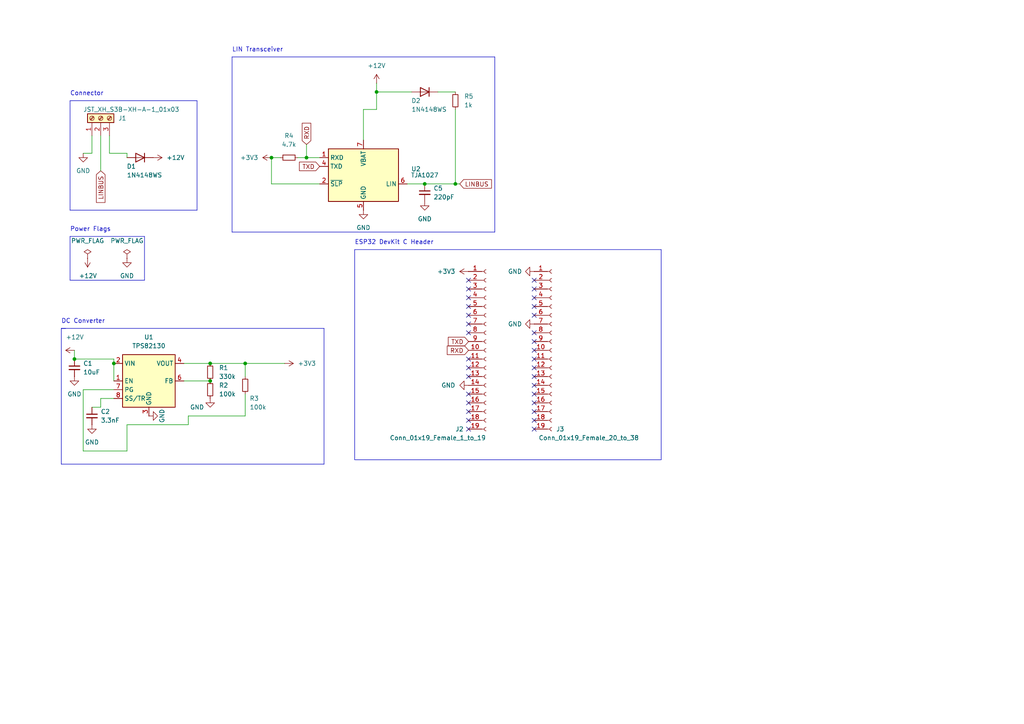
<source format=kicad_sch>
(kicad_sch (version 20250114) (generator "eeschema") (generator_version "9.0")
  (paper "A4")
  (title_block (title "ESP32 DevKit LG HVAC Controller Board") (date "2025-05-03") (rev "1.1"))
  (lib_symbols
    (symbol "Connector:Conn_01x19_Female" (pin_names (offset 1.016) (hide yes))
      (property "Reference" "J" (at 0 25.4 0))
      (property "Value" "Conn_01x19_Female" (at 0 -25.4 0))
      (symbol "Conn_01x19_Female_1_1"
        (polyline (pts (xy -1.27 22.86) (xy -0.508 22.86)) (stroke (width 0.1524)))
        (polyline (pts (xy -1.27 20.32) (xy -0.508 20.32)) (stroke (width 0.1524)))
        (polyline (pts (xy -1.27 17.78) (xy -0.508 17.78)) (stroke (width 0.1524)))
        (polyline (pts (xy -1.27 15.24) (xy -0.508 15.24)) (stroke (width 0.1524)))
        (polyline (pts (xy -1.27 12.7) (xy -0.508 12.7)) (stroke (width 0.1524)))
        (polyline (pts (xy -1.27 10.16) (xy -0.508 10.16)) (stroke (width 0.1524)))
        (polyline (pts (xy -1.27 7.62) (xy -0.508 7.62)) (stroke (width 0.1524)))
        (polyline (pts (xy -1.27 5.08) (xy -0.508 5.08)) (stroke (width 0.1524)))
        (polyline (pts (xy -1.27 2.54) (xy -0.508 2.54)) (stroke (width 0.1524)))
        (polyline (pts (xy -1.27 0) (xy -0.508 0)) (stroke (width 0.1524)))
        (polyline (pts (xy -1.27 -2.54) (xy -0.508 -2.54)) (stroke (width 0.1524)))
        (polyline (pts (xy -1.27 -5.08) (xy -0.508 -5.08)) (stroke (width 0.1524)))
        (polyline (pts (xy -1.27 -7.62) (xy -0.508 -7.62)) (stroke (width 0.1524)))
        (polyline (pts (xy -1.27 -10.16) (xy -0.508 -10.16)) (stroke (width 0.1524)))
        (polyline (pts (xy -1.27 -12.7) (xy -0.508 -12.7)) (stroke (width 0.1524)))
        (polyline (pts (xy -1.27 -15.24) (xy -0.508 -15.24)) (stroke (width 0.1524)))
        (polyline (pts (xy -1.27 -17.78) (xy -0.508 -17.78)) (stroke (width 0.1524)))
        (polyline (pts (xy -1.27 -20.32) (xy -0.508 -20.32)) (stroke (width 0.1524)))
        (polyline (pts (xy -1.27 -22.86) (xy -0.508 -22.86)) (stroke (width 0.1524)))
        (arc (start 0 22.352) (mid -0.5058 22.86) (end 0 23.368) (stroke (width 0.1524)))
        (arc (start 0 19.812) (mid -0.5058 20.32) (end 0 20.828) (stroke (width 0.1524)))
        (arc (start 0 17.272) (mid -0.5058 17.78) (end 0 18.288) (stroke (width 0.1524)))
        (arc (start 0 14.732) (mid -0.5058 15.24) (end 0 15.748) (stroke (width 0.1524)))
        (arc (start 0 12.192) (mid -0.5058 12.7) (end 0 13.208) (stroke (width 0.1524)))
        (arc (start 0 9.652) (mid -0.5058 10.16) (end 0 10.668) (stroke (width 0.1524)))
        (arc (start 0 7.112) (mid -0.5058 7.62) (end 0 8.128) (stroke (width 0.1524)))
        (arc (start 0 4.572) (mid -0.5058 5.08) (end 0 5.588) (stroke (width 0.1524)))
        (arc (start 0 2.032) (mid -0.5058 2.54) (end 0 3.048) (stroke (width 0.1524)))
        (arc (start 0 -0.508) (mid -0.5058 0) (end 0 0.508) (stroke (width 0.1524)))
        (arc (start 0 -3.048) (mid -0.5058 -2.54) (end 0 -2.032) (stroke (width 0.1524)))
        (arc (start 0 -5.588) (mid -0.5058 -5.08) (end 0 -4.572) (stroke (width 0.1524)))
        (arc (start 0 -8.128) (mid -0.5058 -7.62) (end 0 -7.112) (stroke (width 0.1524)))
        (arc (start 0 -10.668) (mid -0.5058 -10.16) (end 0 -9.652) (stroke (width 0.1524)))
        (arc (start 0 -13.208) (mid -0.5058 -12.7) (end 0 -12.192) (stroke (width 0.1524)))
        (arc (start 0 -15.748) (mid -0.5058 -15.24) (end 0 -14.732) (stroke (width 0.1524)))
        (arc (start 0 -18.288) (mid -0.5058 -17.78) (end 0 -17.272) (stroke (width 0.1524)))
        (arc (start 0 -20.828) (mid -0.5058 -20.32) (end 0 -19.812) (stroke (width 0.1524)))
        (arc (start 0 -23.368) (mid -0.5058 -22.86) (end 0 -22.352) (stroke (width 0.1524)))
        (pin passive line (at -5.08 22.86 0) (length 3.81) (name "Pin_1") (number "1"))
        (pin passive line (at -5.08 20.32 0) (length 3.81) (name "Pin_2") (number "2"))
        (pin passive line (at -5.08 17.78 0) (length 3.81) (name "Pin_3") (number "3"))
        (pin passive line (at -5.08 15.24 0) (length 3.81) (name "Pin_4") (number "4"))
        (pin passive line (at -5.08 12.7 0) (length 3.81) (name "Pin_5") (number "5"))
        (pin passive line (at -5.08 10.16 0) (length 3.81) (name "Pin_6") (number "6"))
        (pin passive line (at -5.08 7.62 0) (length 3.81) (name "Pin_7") (number "7"))
        (pin passive line (at -5.08 5.08 0) (length 3.81) (name "Pin_8") (number "8"))
        (pin passive line (at -5.08 2.54 0) (length 3.81) (name "Pin_9") (number "9"))
        (pin passive line (at -5.08 0 0) (length 3.81) (name "Pin_10") (number "10"))
        (pin passive line (at -5.08 -2.54 0) (length 3.81) (name "Pin_11") (number "11"))
        (pin passive line (at -5.08 -5.08 0) (length 3.81) (name "Pin_12") (number "12"))
        (pin passive line (at -5.08 -7.62 0) (length 3.81) (name "Pin_13") (number "13"))
        (pin passive line (at -5.08 -10.16 0) (length 3.81) (name "Pin_14") (number "14"))
        (pin passive line (at -5.08 -12.7 0) (length 3.81) (name "Pin_15") (number "15"))
        (pin passive line (at -5.08 -15.24 0) (length 3.81) (name "Pin_16") (number "16"))
        (pin passive line (at -5.08 -17.78 0) (length 3.81) (name "Pin_17") (number "17"))
        (pin passive line (at -5.08 -20.32 0) (length 3.81) (name "Pin_18") (number "18"))
        (pin passive line (at -5.08 -22.86 0) (length 3.81) (name "Pin_19") (number "19"))
      )
    )
    (symbol "Connector:Screw_Terminal_01x03" (pin_names (offset 1.016) (hide yes))
      (property "Reference" "J" (at 0 5.08 0))
      (property "Value" "Screw_Terminal_01x03" (at 0 -5.08 0))
      (symbol "Screw_Terminal_01x03_1_1"
        (rectangle (start -1.27 3.81) (end 1.27 -3.81) (stroke (width 0.254)) (fill (type background)))
        (polyline (pts (xy -0.5334 2.8702) (xy 0.3302 2.032)) (stroke (width 0.1524)))
        (polyline (pts (xy -0.5334 0.3302) (xy 0.3302 -0.508)) (stroke (width 0.1524)))
        (polyline (pts (xy -0.5334 -2.2098) (xy 0.3302 -3.048)) (stroke (width 0.1524)))
        (polyline (pts (xy -0.3556 3.048) (xy 0.508 2.2098)) (stroke (width 0.1524)))
        (polyline (pts (xy -0.3556 0.508) (xy 0.508 -0.3302)) (stroke (width 0.1524)))
        (polyline (pts (xy -0.3556 -2.032) (xy 0.508 -2.8702)) (stroke (width 0.1524)))
        (circle (center 0 2.54) (radius 0.635) (stroke (width 0.1524)))
        (circle (center 0 0) (radius 0.635) (stroke (width 0.1524)))
        (circle (center 0 -2.54) (radius 0.635) (stroke (width 0.1524)))
        (pin passive line (at -5.08 2.54 0) (length 3.81) (name "Pin_1") (number "1"))
        (pin passive line (at -5.08 0 0) (length 3.81) (name "Pin_2") (number "2"))
        (pin passive line (at -5.08 -2.54 0) (length 3.81) (name "Pin_3") (number "3"))
      )
    )
    (symbol "Device:C_Small" (pin_numbers (hide yes)) (pin_names (offset 0.254) (hide yes))
      (property "Reference" "C" (at 0.254 1.778 0))
      (property "Value" "C_Small" (at 0.254 -2.032 0))
      (symbol "C_Small_0_1"
        (polyline (pts (xy -1.524 0.508) (xy 1.524 0.508)) (stroke (width 0.3048)))
        (polyline (pts (xy -1.524 -0.508) (xy 1.524 -0.508)) (stroke (width 0.3302)))
      )
      (symbol "C_Small_1_1"
        (pin passive line (at 0 2.54 270) (length 2.032) (name "~") (number "1"))
        (pin passive line (at 0 -2.54 90) (length 2.032) (name "~") (number "2"))
      )
    )
    (symbol "Device:R_Small" (pin_numbers (hide yes)) (pin_names (offset 0.254) (hide yes))
      (property "Reference" "R" (at 0 0 90))
      (property "Value" "R_Small" (at 1.778 0 90))
      (symbol "R_Small_0_1"
        (rectangle (start -0.762 1.778) (end 0.762 -1.778) (stroke (width 0.2032)))
      )
      (symbol "R_Small_1_1"
        (pin passive line (at 0 2.54 270) (length 0.762) (name "~") (number "1"))
        (pin passive line (at 0 -2.54 90) (length 0.762) (name "~") (number "2"))
      )
    )
    (symbol "Diode:1N4148WS" (pin_numbers (hide yes)) (pin_names (hide yes))
      (property "Reference" "D" (at 0 2.54 0))
      (property "Value" "1N4148WS" (at 0 -2.54 0))
      (symbol "1N4148WS_0_1"
        (polyline (pts (xy -1.27 1.27) (xy -1.27 -1.27)) (stroke (width 0.254)))
        (polyline (pts (xy 1.27 1.27) (xy 1.27 -1.27) (xy -1.27 0) (xy 1.27 1.27)) (stroke (width 0.254)))
        (polyline (pts (xy 1.27 0) (xy -1.27 0)))
      )
      (symbol "1N4148WS_1_1"
        (pin passive line (at -3.81 0 0) (length 2.54) (name "K") (number "1"))
        (pin passive line (at 3.81 0 180) (length 2.54) (name "A") (number "2"))
      )
    )
    (symbol "Interface_CAN_LIN:TJA1029T"
      (property "Reference" "U" (at -10.16 8.89 0))
      (property "Value" "TJA1029T" (at 1.27 8.89 0))
      (symbol "TJA1029T_0_1"
        (rectangle (start -10.16 7.62) (end 10.16 -7.62) (stroke (width 0.254)) (fill (type background)))
      )
      (symbol "TJA1029T_1_1"
        (pin open_collector line (at -12.7 5.08 0) (length 2.54) (name "RXD") (number "1"))
        (pin input line (at -12.7 2.54 0) (length 2.54) (name "TXD") (number "4"))
        (pin input line (at -12.7 -2.54 0) (length 2.54) (name "~{SLP}") (number "2"))
        (pin no_connect line (at -10.16 -5.08 0) (length 2.54) (hide yes) (name "NC") (number "3"))
        (pin power_in line (at 0 10.16 270) (length 2.54) (name "VBAT") (number "7"))
        (pin power_in line (at 0 -10.16 90) (length 2.54) (name "GND") (number "5"))
        (pin no_connect line (at 10.16 2.54 180) (length 2.54) (hide yes) (name "NC") (number "8"))
        (pin bidirectional line (at 12.7 -2.54 180) (length 2.54) (name "LIN") (number "6"))
      )
    )
    (symbol "Regulator_Switching:TPS82130"
      (property "Reference" "U" (at 1.27 11.43 0))
      (property "Value" "TPS82130" (at 5.08 8.89 0))
      (symbol "TPS82130_0_1"
        (rectangle (start -7.62 7.62) (end 7.62 -7.62) (stroke (width 0.254)) (fill (type background)))
      )
      (symbol "TPS82130_1_1"
        (pin power_in line (at -10.16 5.08 0) (length 2.54) (name "VIN") (number "2"))
        (pin input line (at -10.16 0 0) (length 2.54) (name "EN") (number "1"))
        (pin open_collector line (at -10.16 -2.54 0) (length 2.54) (name "PG") (number "7"))
        (pin input line (at -10.16 -5.08 0) (length 2.54) (name "SS/TR") (number "8"))
        (pin power_in line (at 0 -10.16 90) (length 2.54) (name "GND") (number "3"))
        (pin passive line (at 0 -10.16 90) (length 2.54) (hide yes) (name "GND") (number "9"))
        (pin power_out line (at 10.16 5.08 180) (length 2.54) (name "VOUT") (number "4"))
        (pin passive line (at 10.16 5.08 180) (length 2.54) (hide yes) (name "VOUT") (number "5"))
        (pin input line (at 10.16 0 180) (length 2.54) (name "FB") (number "6"))
      )
    )
    (symbol "power:+12V" (power) (pin_numbers (hide yes)) (pin_names (offset 0) (hide yes))
      (property "Value" "+12V" (at 0 3.556 0))
      (symbol "+12V_0_1"
        (polyline (pts (xy -0.762 1.27) (xy 0 2.54)))
        (polyline (pts (xy 0 2.54) (xy 0.762 1.27)))
        (polyline (pts (xy 0 0) (xy 0 2.54)))
      )
      (symbol "+12V_1_1"
        (pin power_in line (at 0 0 90) (length 0) (name "~") (number "1"))
      )
    )
    (symbol "power:+3.3V" (power) (pin_numbers (hide yes)) (pin_names (offset 0) (hide yes))
      (property "Value" "+3.3V" (at 0 3.556 0))
      (symbol "+3.3V_0_1"
        (polyline (pts (xy -0.762 1.27) (xy 0 2.54)))
        (polyline (pts (xy 0 2.54) (xy 0.762 1.27)))
        (polyline (pts (xy 0 0) (xy 0 2.54)))
      )
      (symbol "+3.3V_1_1"
        (pin power_in line (at 0 0 90) (length 0) (name "~") (number "1"))
      )
    )
    (symbol "power:GND" (power) (pin_numbers (hide yes)) (pin_names (offset 0) (hide yes))
      (property "Value" "GND" (at 0 -3.81 0))
      (symbol "GND_0_1"
        (polyline (pts (xy 0 0) (xy 0 -1.27) (xy 1.27 -1.27) (xy 0 -2.54) (xy -1.27 -1.27) (xy 0 -1.27)))
      )
      (symbol "GND_1_1"
        (pin power_in line (at 0 0 270) (length 0) (name "~") (number "1"))
      )
    )
    (symbol "power:PWR_FLAG" (power) (pin_numbers (hide yes)) (pin_names (offset 0) (hide yes))
      (property "Value" "PWR_FLAG" (at 0 3.81 0))
      (symbol "PWR_FLAG_0_0"
        (pin power_out line (at 0 0 90) (length 0) (name "~") (number "1"))
      )
      (symbol "PWR_FLAG_0_1"
        (polyline (pts (xy 0 0) (xy 0 1.27) (xy -1.016 1.905) (xy 0 2.54) (xy 1.016 1.905) (xy 0 1.27)))
      )
    )
  )
  (text "DC Converter" (at 17.78 93.98 0) (effects (font (size 1.27 1.27)) (justify left bottom)))
  (text "Connector" (at 20.32 27.94 0) (effects (font (size 1.27 1.27)) (justify left bottom)))
  (text "LIN Transceiver" (at 67.31 15.24 0) (effects (font (size 1.27 1.27)) (justify left bottom)))
  (text "Power Flags" (at 20.32 67.31 0) (effects (font (size 1.27 1.27)) (justify left bottom)))
  (text "ESP32 DevKit C Header" (at 102.87 71.12 0) (effects (font (size 1.27 1.27)) (justify left bottom)))
  (junction (at 21.59 104.14))
  (junction (at 123.19 53.34))
  (junction (at 71.12 105.41))
  (junction (at 33.02 105.41))
  (junction (at 60.96 110.49))
  (junction (at 132.08 53.34))
  (junction (at 60.96 105.41))
  (junction (at 78.74 45.72))
  (junction (at 88.9 45.72))
  (junction (at 109.22 26.67))
  (no_connect (at 135.89 106.68))
  (no_connect (at 154.94 88.9))
  (no_connect (at 154.94 99.06))
  (no_connect (at 135.89 93.98))
  (no_connect (at 135.89 91.44))
  (no_connect (at 135.89 119.38))
  (no_connect (at 135.89 81.28))
  (no_connect (at 154.94 114.3))
  (no_connect (at 135.89 88.9))
  (no_connect (at 135.89 83.82))
  (no_connect (at 154.94 101.6))
  (no_connect (at 154.94 121.92))
  (no_connect (at 154.94 83.82))
  (no_connect (at 154.94 119.38))
  (no_connect (at 135.89 124.46))
  (no_connect (at 154.94 109.22))
  (no_connect (at 135.89 114.3))
  (no_connect (at 154.94 86.36))
  (no_connect (at 154.94 124.46))
  (no_connect (at 154.94 96.52))
  (no_connect (at 154.94 91.44))
  (no_connect (at 135.89 86.36))
  (no_connect (at 154.94 81.28))
  (no_connect (at 135.89 121.92))
  (no_connect (at 154.94 111.76))
  (no_connect (at 135.89 116.84))
  (no_connect (at 154.94 116.84))
  (no_connect (at 154.94 106.68))
  (no_connect (at 154.94 104.14))
  (no_connect (at 135.89 109.22))
  (no_connect (at 135.89 104.14))
  (no_connect (at 135.89 96.52))
  (wire (pts (xy 53.34 110.49) (xy 60.96 110.49)))
  (wire (pts (xy 88.9 45.72) (xy 92.71 45.72)))
  (wire (pts (xy 118.11 53.34) (xy 123.19 53.34)))
  (wire (pts (xy 36.83 130.81) (xy 36.83 123.19)))
  (wire (pts (xy 53.34 105.41) (xy 60.96 105.41)))
  (wire (pts (xy 71.12 105.41) (xy 71.12 109.22)))
  (wire (pts (xy 33.02 105.41) (xy 33.02 110.49)))
  (polyline (pts (xy 57.15 60.96) (xy 20.32 60.96)))
  (polyline (pts (xy 41.91 68.58) (xy 41.91 81.28)))
  (polyline (pts (xy 93.98 134.62) (xy 17.78 134.62)))
  (wire (pts (xy 132.08 53.34) (xy 133.35 53.34)))
  (wire (pts (xy 29.21 49.53) (xy 29.21 39.37)))
  (wire (pts (xy 78.74 45.72) (xy 81.28 45.72)))
  (polyline (pts (xy 191.77 72.39) (xy 191.77 133.35)))
  (polyline (pts (xy 17.78 95.25) (xy 93.98 95.25)))
  (polyline (pts (xy 20.32 29.21) (xy 57.15 29.21)))
  (wire (pts (xy 24.13 113.03) (xy 24.13 130.81)))
  (polyline (pts (xy 20.32 29.21) (xy 20.32 60.96)))
  (wire (pts (xy 71.12 105.41) (xy 82.55 105.41)))
  (polyline (pts (xy 57.15 29.21) (xy 57.15 60.96)))
  (wire (pts (xy 21.59 101.6) (xy 21.59 104.14)))
  (wire (pts (xy 88.9 41.91) (xy 88.9 45.72)))
  (wire (pts (xy 24.13 130.81) (xy 36.83 130.81)))
  (wire (pts (xy 31.75 44.45) (xy 31.75 39.37)))
  (wire (pts (xy 26.67 118.11) (xy 29.21 118.11)))
  (polyline (pts (xy 20.32 68.58) (xy 41.91 68.58)))
  (wire (pts (xy 33.02 104.14) (xy 33.02 105.41)))
  (wire (pts (xy 54.61 120.65) (xy 71.12 120.65)))
  (wire (pts (xy 36.83 44.45) (xy 31.75 44.45)))
  (wire (pts (xy 127 26.67) (xy 132.08 26.67)))
  (wire (pts (xy 54.61 123.19) (xy 54.61 120.65)))
  (wire (pts (xy 105.41 40.64) (xy 105.41 31.75)))
  (wire (pts (xy 109.22 24.13) (xy 109.22 26.67)))
  (wire (pts (xy 105.41 31.75) (xy 109.22 31.75)))
  (polyline (pts (xy 41.91 81.28) (xy 20.32 81.28)))
  (polyline (pts (xy 17.78 95.25) (xy 19.05 95.25)))
  (wire (pts (xy 26.67 39.37) (xy 26.67 44.45)))
  (wire (pts (xy 86.36 45.72) (xy 88.9 45.72)))
  (wire (pts (xy 71.12 114.3) (xy 71.12 120.65)))
  (polyline (pts (xy 67.31 16.51) (xy 67.31 67.31)))
  (polyline (pts (xy 191.77 133.35) (xy 102.87 133.35)))
  (wire (pts (xy 109.22 26.67) (xy 119.38 26.67)))
  (polyline (pts (xy 17.78 134.62) (xy 17.78 95.25)))
  (wire (pts (xy 109.22 26.67) (xy 109.22 31.75)))
  (wire (pts (xy 36.83 123.19) (xy 54.61 123.19)))
  (wire (pts (xy 123.19 53.34) (xy 132.08 53.34)))
  (polyline (pts (xy 67.31 16.51) (xy 143.51 16.51)))
  (wire (pts (xy 60.96 105.41) (xy 71.12 105.41)))
  (wire (pts (xy 33.02 115.57) (xy 29.21 115.57)))
  (wire (pts (xy 26.67 44.45) (xy 24.13 44.45)))
  (polyline (pts (xy 102.87 72.39) (xy 102.87 133.35)))
  (wire (pts (xy 21.59 104.14) (xy 33.02 104.14)))
  (polyline (pts (xy 67.31 67.31) (xy 143.51 67.31)))
  (wire (pts (xy 132.08 31.75) (xy 132.08 53.34)))
  (wire (pts (xy 92.71 53.34) (xy 78.74 53.34)))
  (wire (pts (xy 78.74 53.34) (xy 78.74 45.72)))
  (wire (pts (xy 36.83 44.45) (xy 36.83 45.72)))
  (wire (pts (xy 33.02 113.03) (xy 24.13 113.03)))
  (polyline (pts (xy 102.87 72.39) (xy 191.77 72.39)))
  (polyline (pts (xy 143.51 67.31) (xy 143.51 16.51)))
  (polyline (pts (xy 20.32 68.58) (xy 20.32 81.28)))
  (wire (pts (xy 29.21 118.11) (xy 29.21 115.57)))
  (polyline (pts (xy 93.98 95.25) (xy 93.98 134.62)))
  (global_label "LINBUS" (shape input) (at 133.35 53.34 0) (property "Intersheetrefs" "${INTERSHEET_REFS}" (effects (hide yes))))
  (global_label "TXD" (shape input) (at 135.89 99.06 180) (property "Intersheetrefs" "${INTERSHEET_REFS}" (effects (hide yes))))
  (global_label "RXD" (shape input) (at 135.89 101.6 180) (property "Intersheetrefs" "${INTERSHEET_REFS}" (effects (hide yes))))
  (global_label "TXD" (shape input) (at 92.71 48.26 180) (property "Intersheetrefs" "${INTERSHEET_REFS}" (effects (hide yes))))
  (global_label "LINBUS" (shape input) (at 29.21 49.53 270) (property "Intersheetrefs" "${INTERSHEET_REFS}" (effects (hide yes))))
  (global_label "RXD" (shape input) (at 88.9 41.91 90) (property "Intersheetrefs" "${INTERSHEET_REFS}" (effects (hide yes))))
  (symbol (lib_id "power:+3.3V") (at 82.55 105.41 270) (unit 1)
    (property "Reference" "#PWR0113" (effects (hide yes)))
    (property "Value" "+3V3" (at 86.36 105.4099 90) (effects (justify left)))
  )
  (symbol (lib_id "power:GND") (at 105.41 60.96 0) (unit 1)
    (property "Reference" "#PWR0105" (effects (hide yes)))
    (property "Value" "GND" (at 105.41 66.04 0))
  )
  (symbol (lib_id "power:PWR_FLAG") (at 25.4 74.93 0) (unit 1)
    (property "Reference" "#FLG0101" (effects (hide yes)))
    (property "Value" "PWR_FLAG" (at 25.4 69.85 0))
  )
  (symbol (lib_id "Device:R_Small") (at 132.08 29.21 0) (unit 1)
    (property "Reference" "R5" (at 134.62 27.9399 0) (effects (justify left)))
    (property "Value" "1k" (at 134.62 30.4799 0) (effects (justify left)))
    (property "Footprint" "Resistor_SMD:R_0805_2012Metric" (effects (hide yes)))
    (property "LCSC" "C17513" (effects (hide yes)))
  )
  (symbol (lib_id "power:GND") (at 135.89 111.76 270) (unit 1)
    (property "Reference" "#PWR0117" (effects (hide yes)))
    (property "Value" "GND" (at 132.08 111.7599 90) (effects (justify right)))
  )
  (symbol (lib_id "power:+12V") (at 109.22 24.13 0) (unit 1)
    (property "Reference" "#PWR0103" (effects (hide yes)))
    (property "Value" "+12V" (at 109.22 19.05 0))
  )
  (symbol (lib_id "Regulator_Switching:TPS82130") (at 43.18 110.49 0) (unit 1)
    (property "Reference" "U1" (at 43.18 97.79 0))
    (property "Value" "TPS82130" (at 43.18 100.33 0))
    (property "Footprint" "Package_LGA:Texas_SIL0008D_MicroSiP-8-1EP_2.8x3mm_P0.65mm_EP1.1x1.9mm_ThermalVias" (effects (hide yes)))
    (property "Datasheet" "http://www.ti.com/lit/ds/symlink/tps82130.pdf" (effects (hide yes)))
    (property "Description" "17V Input 3A Step-Down Converter MicroSiP Module with Integrated Inductor, μSiL-8" (effects (hide yes)))
    (property "LCSC" "C473914" (effects (hide yes)))
  )
  (symbol (lib_id "power:GND") (at 154.94 93.98 270) (unit 1)
    (property "Reference" "#PWR0114" (effects (hide yes)))
    (property "Value" "GND" (at 147.32 93.98 90) (effects (justify left)))
  )
  (symbol (lib_id "power:GND") (at 60.96 115.57 0) (unit 1)
    (property "Reference" "#PWR0102" (effects (hide yes)))
    (property "Value" "GND" (at 57.15 118.11 0))
  )
  (symbol (lib_id "Device:R_Small") (at 83.82 45.72 90) (unit 1)
    (property "Reference" "R4" (at 83.82 39.37 90))
    (property "Value" "4.7k" (at 83.82 41.91 90))
    (property "Footprint" "Resistor_SMD:R_0805_2012Metric" (effects (hide yes)))
    (property "LCSC" "C17673" (effects (hide yes)))
  )
  (symbol (lib_id "power:GND") (at 43.18 120.65 90) (unit 1)
    (property "Reference" "#PWR0101" (effects (hide yes)))
    (property "Value" "GND" (at 46.99 120.65 0))
  )
  (symbol (lib_id "power:GND") (at 24.13 44.45 0) (unit 1)
    (property "Reference" "#PWR0104" (effects (hide yes)))
    (property "Value" "GND" (at 24.13 49.53 0))
  )
  (symbol (lib_id "Device:C_Small") (at 123.19 55.88 0) (unit 1)
    (property "Reference" "C5" (at 125.73 54.6162 0) (effects (justify left)))
    (property "Value" "220pF" (at 125.73 57.1562 0) (effects (justify left)))
    (property "Footprint" "Capacitor_SMD:C_0402_1005Metric" (effects (hide yes)))
    (property "LCSC" "C343058" (effects (hide yes)))
  )
  (symbol (lib_id "Connector:Conn_01x19_Female") (at 140.97 101.6 0) (unit 1)
    (property "Reference" "J2" (at 132.08 124.46 0) (effects (justify left)))
    (property "Value" "Conn_01x19_Female_1_to_19" (at 113.03 127 0) (effects (justify left)))
    (property "Footprint" "Connector_PinSocket_2.54mm:PinSocket_1x19_P2.54mm_Vertical" (effects (hide yes)))
    (property "LCSC" "C2932678" (effects (hide yes)))
  )
  (symbol (lib_id "Connector:Conn_01x19_Female") (at 160.02 101.6 0) (unit 1)
    (property "Reference" "J3" (at 161.29 124.46 0) (effects (justify left)))
    (property "Value" "Conn_01x19_Female_20_to_38" (at 156.21 127 0) (effects (justify left)))
    (property "Footprint" "Connector_PinSocket_2.54mm:PinSocket_1x19_P2.54mm_Vertical" (effects (hide yes)))
    (property "LCSC" "C2932678" (effects (hide yes)))
  )
  (symbol (lib_id "power:+12V") (at 21.59 101.6 90) (unit 1)
    (property "Reference" "#PWR0112" (effects (hide yes)))
    (property "Value" "+12V" (at 19.05 97.79 90) (effects (justify right)))
  )
  (symbol (lib_id "power:GND") (at 36.83 74.93 0) (unit 1)
    (property "Reference" "#PWR0119" (effects (hide yes)))
    (property "Value" "GND" (at 36.83 80.01 0))
  )
  (symbol (lib_id "power:GND") (at 21.59 109.22 0) (unit 1)
    (property "Reference" "#PWR0111" (effects (hide yes)))
    (property "Value" "GND" (at 21.59 114.3 0))
  )
  (symbol (lib_id "power:GND") (at 26.67 123.19 0) (unit 1)
    (property "Reference" "#PWR0110" (effects (hide yes)))
    (property "Value" "GND" (at 26.67 128.27 0))
  )
  (symbol (lib_id "power:GND") (at 154.94 78.74 270) (unit 1)
    (property "Reference" "#PWR0115" (effects (hide yes)))
    (property "Value" "GND" (at 147.32 78.74 90) (effects (justify left)))
  )
  (symbol (lib_id "Device:C_Small") (at 26.67 120.65 0) (unit 1)
    (property "Reference" "C2" (at 29.21 119.3862 0) (effects (justify left)))
    (property "Value" "3.3nF" (at 29.21 121.9262 0) (effects (justify left)))
    (property "Footprint" "Capacitor_SMD:C_0402_1005Metric" (effects (hide yes)))
    (property "LCSC" "C26404" (effects (hide yes)))
  )
  (symbol (lib_id "power:+12V") (at 25.4 74.93 180) (unit 1)
    (property "Reference" "#PWR0120" (effects (hide yes)))
    (property "Value" "+12V" (at 22.86 80.01 0) (effects (justify right)))
  )
  (symbol (lib_id "Device:C_Small") (at 21.59 106.68 0) (unit 1)
    (property "Reference" "C1" (at 24.13 105.4162 0) (effects (justify left)))
    (property "Value" "10uF" (at 24.13 107.9562 0) (effects (justify left)))
    (property "Footprint" "Capacitor_SMD:C_1210_3225Metric" (effects (hide yes)))
    (property "LCSC" "C92834" (effects (hide yes)))
  )
  (symbol (lib_id "Diode:1N4148WS") (at 40.64 45.72 180) (unit 1)
    (property "Reference" "D1" (at 38.1 48.26 0))
    (property "Value" "1N4148WS" (at 41.91 50.8 0))
    (property "Footprint" "Diode_SMD:D_SOD-323" (effects (hide yes)))
    (property "Datasheet" "https://www.vishay.com/docs/85751/1n4148ws.pdf" (effects (hide yes)))
    (property "LCSC" "C727111" (effects (hide yes)))
  )
  (symbol (lib_id "power:PWR_FLAG") (at 36.83 74.93 0) (unit 1)
    (property "Reference" "#FLG0102" (effects (hide yes)))
    (property "Value" "PWR_FLAG" (at 36.83 69.85 0))
  )
  (symbol (lib_id "Device:R_Small") (at 60.96 113.03 180) (unit 1)
    (property "Reference" "R2" (at 63.5 111.7599 0) (effects (justify right)))
    (property "Value" "100k" (at 63.5 114.2999 0) (effects (justify right)))
    (property "Footprint" "Resistor_SMD:R_0805_2012Metric" (effects (hide yes)))
    (property "LCSC" "C149504" (effects (hide yes)))
  )
  (symbol (lib_id "Interface_CAN_LIN:TJA1029T") (at 105.41 50.8 0) (unit 1)
    (property "Reference" "U2" (at 120.65 49.0093 0))
    (property "Value" "TJA1027" (at 123.19 50.8 0))
    (property "Footprint" "Package_SO:SOIC-8_3.9x4.9mm_P1.27mm" (effects (hide yes)))
    (property "Datasheet" "http://www.nxp.com/docs/en/data-sheet/TJA1029.pdf" (effects (hide yes)))
    (property "LCSC" "C194371" (effects (hide yes)))
  )
  (symbol (lib_id "power:+3.3V") (at 78.74 45.72 90) (unit 1)
    (property "Reference" "#PWR0108" (effects (hide yes)))
    (property "Value" "+3V3" (at 74.93 45.7199 90) (effects (justify left)))
  )
  (symbol (lib_id "Connector:Screw_Terminal_01x03") (at 29.21 34.29 90) (unit 1)
    (property "Reference" "J1" (at 34.29 34.29 90) (effects (justify right)))
    (property "Value" "JST_XH_S3B-XH-A-1_01x03" (at 24.13 31.75 90) (effects (justify right)))
    (property "Footprint" "Connector_JST:JST_XH_S3B-XH-A-1_1x03_P2.50mm_Horizontal" (effects (hide yes)))
    (property "LCSC" "C157928" (effects (hide yes)))
  )
  (symbol (lib_id "Device:R_Small") (at 71.12 111.76 180) (unit 1)
    (property "Reference" "R3" (at 72.39 115.57 0) (effects (justify right)))
    (property "Value" "100k" (at 72.39 118.11 0) (effects (justify right)))
    (property "Footprint" "Resistor_SMD:R_0805_2012Metric" (effects (hide yes)))
    (property "LCSC" "C149504" (effects (hide yes)))
  )
  (symbol (lib_id "power:GND") (at 123.19 58.42 0) (unit 1)
    (property "Reference" "#PWR0106" (effects (hide yes)))
    (property "Value" "GND" (at 123.19 63.5 0))
  )
  (symbol (lib_id "Diode:1N4148WS") (at 123.19 26.67 180) (unit 1)
    (property "Reference" "D2" (at 120.65 29.21 0))
    (property "Value" "1N4148WS" (at 124.46 31.75 0))
    (property "Footprint" "Diode_SMD:D_SOD-323" (effects (hide yes)))
    (property "Datasheet" "https://www.vishay.com/docs/85751/1n4148ws.pdf" (effects (hide yes)))
    (property "LCSC" "C727111" (effects (hide yes)))
  )
  (symbol (lib_id "Device:R_Small") (at 60.96 107.95 180) (unit 1)
    (property "Reference" "R1" (at 63.5 106.6799 0) (effects (justify right)))
    (property "Value" "330k" (at 63.5 109.2199 0) (effects (justify right)))
    (property "Footprint" "Resistor_SMD:R_0805_2012Metric" (effects (hide yes)))
    (property "LCSC" "C17629" (effects (hide yes)))
  )
  (symbol (lib_id "power:+3.3V") (at 135.89 78.74 90) (unit 1)
    (property "Reference" "#PWR0116" (effects (hide yes)))
    (property "Value" "+3V3" (at 132.08 78.7399 90) (effects (justify left)))
  )
  (symbol (lib_id "power:+12V") (at 44.45 45.72 270) (unit 1)
    (property "Reference" "#PWR0107" (effects (hide yes)))
    (property "Value" "+12V" (at 48.26 45.7199 90) (effects (justify left)))
  )
)
</source>
